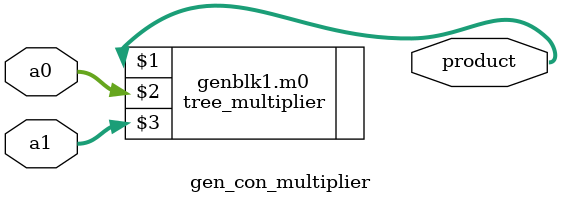
<source format=v>
module gen_con_multiplier #(parameter a0_width= 32, parameter a1_width= 32, parameter product_width= 64) (output wire [product_width-1:0] product,
        input wire [a0_width-1:0] a0,
        input wire [a1_width-1:0] a1
    
);

generate
    if((a0_width < 8) || (a1_width < 8))    cla_multiplier #(a0_width, a1_width) m0(product, a0, a1);
    else    tree_multiplier #(a0_width, a1_width) m0(product, a0, a1);
endgenerate

endmodule //gen_con_multiplier
</source>
